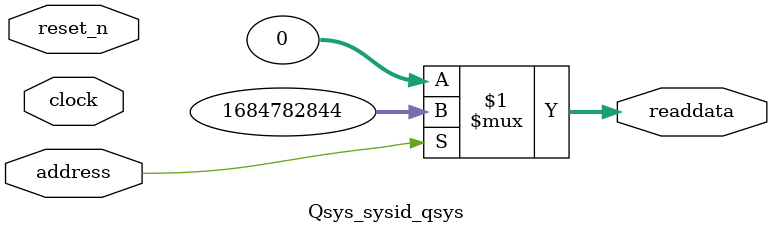
<source format=v>



// synthesis translate_off
`timescale 1ns / 1ps
// synthesis translate_on

// turn off superfluous verilog processor warnings 
// altera message_level Level1 
// altera message_off 10034 10035 10036 10037 10230 10240 10030 

module Qsys_sysid_qsys (
               // inputs:
                address,
                clock,
                reset_n,

               // outputs:
                readdata
             )
;

  output  [ 31: 0] readdata;
  input            address;
  input            clock;
  input            reset_n;

  wire    [ 31: 0] readdata;
  //control_slave, which is an e_avalon_slave
  assign readdata = address ? 1684782844 : 0;

endmodule



</source>
